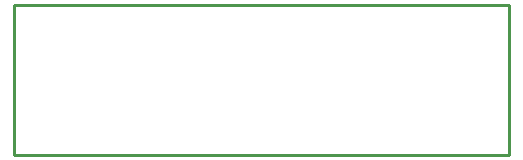
<source format=gbr>
G04 start of page 4 for group 2 idx 2 *
G04 Title: (unknown), outline *
G04 Creator: pcb 20140316 *
G04 CreationDate: Thu 21 Jan 2016 04:13:07 PM GMT UTC *
G04 For: ndholmes *
G04 Format: Gerber/RS-274X *
G04 PCB-Dimensions (mil): 1650.00 500.00 *
G04 PCB-Coordinate-Origin: lower left *
%MOIN*%
%FSLAX25Y25*%
%LNOUTLINE*%
%ADD25C,0.0100*%
G54D25*X0Y0D02*X165000D01*
Y50000D01*
X0D01*
Y0D01*
M02*

</source>
